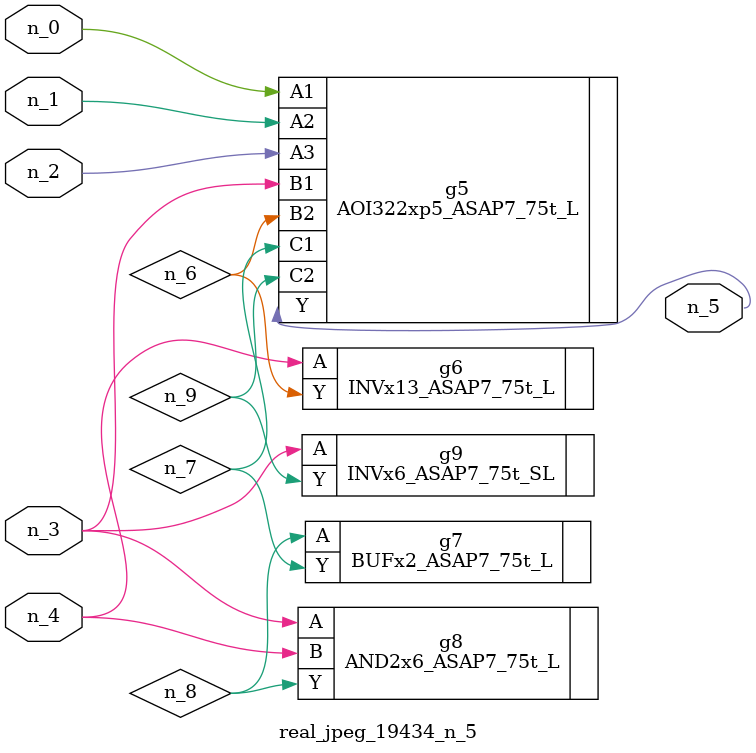
<source format=v>
module real_jpeg_19434_n_5 (n_4, n_0, n_1, n_2, n_3, n_5);

input n_4;
input n_0;
input n_1;
input n_2;
input n_3;

output n_5;

wire n_8;
wire n_6;
wire n_7;
wire n_9;

AOI322xp5_ASAP7_75t_L g5 ( 
.A1(n_0),
.A2(n_1),
.A3(n_2),
.B1(n_3),
.B2(n_6),
.C1(n_7),
.C2(n_9),
.Y(n_5)
);

AND2x6_ASAP7_75t_L g8 ( 
.A(n_3),
.B(n_4),
.Y(n_8)
);

INVx6_ASAP7_75t_SL g9 ( 
.A(n_3),
.Y(n_9)
);

INVx13_ASAP7_75t_L g6 ( 
.A(n_4),
.Y(n_6)
);

BUFx2_ASAP7_75t_L g7 ( 
.A(n_8),
.Y(n_7)
);


endmodule
</source>
